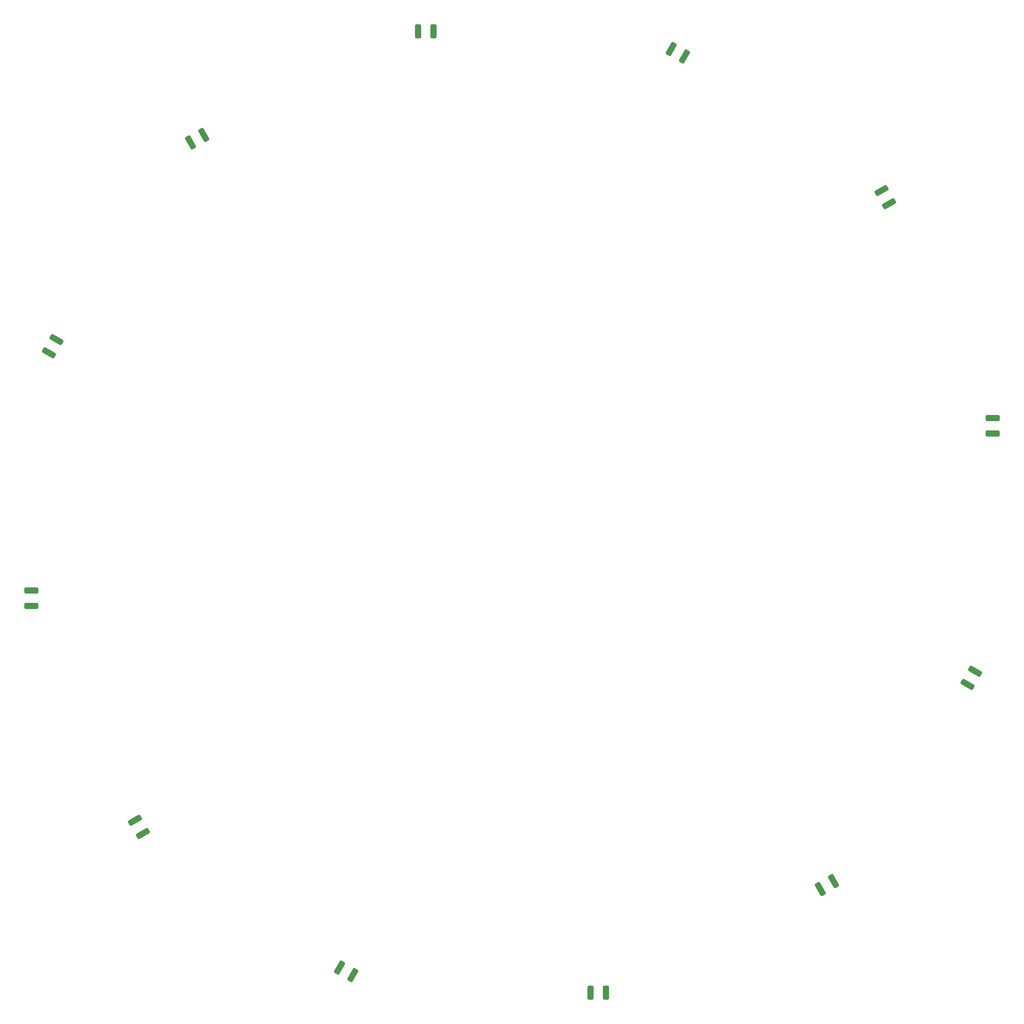
<source format=gtp>
%TF.GenerationSoftware,KiCad,Pcbnew,8.0.6-8.0.6-0~ubuntu22.04.1*%
%TF.CreationDate,2024-12-20T11:09:35-08:00*%
%TF.ProjectId,arena_top_12-12,6172656e-615f-4746-9f70-5f31322d3132,rev?*%
%TF.SameCoordinates,Original*%
%TF.FileFunction,Paste,Top*%
%TF.FilePolarity,Positive*%
%FSLAX46Y46*%
G04 Gerber Fmt 4.6, Leading zero omitted, Abs format (unit mm)*
G04 Created by KiCad (PCBNEW 8.0.6-8.0.6-0~ubuntu22.04.1) date 2024-12-20 11:09:35*
%MOMM*%
%LPD*%
G01*
G04 APERTURE LIST*
G04 Aperture macros list*
%AMRoundRect*
0 Rectangle with rounded corners*
0 $1 Rounding radius*
0 $2 $3 $4 $5 $6 $7 $8 $9 X,Y pos of 4 corners*
0 Add a 4 corners polygon primitive as box body*
4,1,4,$2,$3,$4,$5,$6,$7,$8,$9,$2,$3,0*
0 Add four circle primitives for the rounded corners*
1,1,$1+$1,$2,$3*
1,1,$1+$1,$4,$5*
1,1,$1+$1,$6,$7*
1,1,$1+$1,$8,$9*
0 Add four rect primitives between the rounded corners*
20,1,$1+$1,$2,$3,$4,$5,0*
20,1,$1+$1,$4,$5,$6,$7,0*
20,1,$1+$1,$6,$7,$8,$9,0*
20,1,$1+$1,$8,$9,$2,$3,0*%
G04 Aperture macros list end*
%ADD10RoundRect,0.250000X-0.831458X-0.790128X-0.268542X-1.115128X0.831458X0.790128X0.268542X1.115128X0*%
%ADD11RoundRect,0.250000X-0.325000X-1.100000X0.325000X-1.100000X0.325000X1.100000X-0.325000X1.100000X0*%
%ADD12RoundRect,0.250000X-0.790128X0.831458X-1.115128X0.268542X0.790128X-0.831458X1.115128X-0.268542X0*%
%ADD13RoundRect,0.250000X1.115128X0.268542X0.790128X0.831458X-1.115128X-0.268542X-0.790128X-0.831458X0*%
%ADD14RoundRect,0.250000X0.268542X-1.115128X0.831458X-0.790128X-0.268542X1.115128X-0.831458X0.790128X0*%
%ADD15RoundRect,0.250000X-0.268542X1.115128X-0.831458X0.790128X0.268542X-1.115128X0.831458X-0.790128X0*%
%ADD16RoundRect,0.250000X-1.100000X0.325000X-1.100000X-0.325000X1.100000X-0.325000X1.100000X0.325000X0*%
%ADD17RoundRect,0.250000X-1.115128X-0.268542X-0.790128X-0.831458X1.115128X0.268542X0.790128X0.831458X0*%
%ADD18RoundRect,0.250000X0.790128X-0.831458X1.115128X-0.268542X-0.790128X0.831458X-1.115128X0.268542X0*%
%ADD19RoundRect,0.250000X0.325000X1.100000X-0.325000X1.100000X-0.325000X-1.100000X0.325000X-1.100000X0*%
%ADD20RoundRect,0.250000X0.831458X0.790128X0.268542X1.115128X-0.831458X-0.790128X-0.268542X-1.115128X0*%
%ADD21RoundRect,0.250000X1.100000X-0.325000X1.100000X0.325000X-1.100000X0.325000X-1.100000X-0.325000X0*%
G04 APERTURE END LIST*
D10*
%TO.C,C3*%
X208340078Y-88878633D03*
X210894852Y-90353633D03*
%TD*%
D11*
%TO.C,C4*%
X159787800Y-85521799D03*
X162737800Y-85521799D03*
%TD*%
D12*
%TO.C,C12*%
X266721366Y-208340078D03*
X265246366Y-210894852D03*
%TD*%
D13*
%TO.C,C8*%
X106890833Y-239538122D03*
X105415833Y-236983348D03*
%TD*%
D14*
%TO.C,C5*%
X116061877Y-106890833D03*
X118616651Y-105415833D03*
%TD*%
D15*
%TO.C,C11*%
X239538122Y-248709166D03*
X236983348Y-250184166D03*
%TD*%
D16*
%TO.C,C1*%
X270078200Y-159787800D03*
X270078200Y-162737800D03*
%TD*%
D17*
%TO.C,C2*%
X248709166Y-116061877D03*
X250184166Y-118616651D03*
%TD*%
D18*
%TO.C,C6*%
X88878633Y-147259921D03*
X90353633Y-144705147D03*
%TD*%
D19*
%TO.C,C10*%
X195812200Y-270078200D03*
X192862200Y-270078200D03*
%TD*%
D20*
%TO.C,C9*%
X147259921Y-266721366D03*
X144705147Y-265246366D03*
%TD*%
D21*
%TO.C,C7*%
X85521799Y-195812200D03*
X85521799Y-192862200D03*
%TD*%
M02*

</source>
